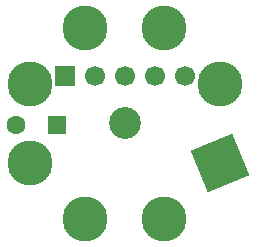
<source format=gbr>
%TF.GenerationSoftware,KiCad,Pcbnew,9.0.4-9.0.4-0~ubuntu24.04.1*%
%TF.CreationDate,2025-08-21T12:52:44+02:00*%
%TF.ProjectId,octal_base,6f637461-6c5f-4626-9173-652e6b696361,1*%
%TF.SameCoordinates,Original*%
%TF.FileFunction,Soldermask,Bot*%
%TF.FilePolarity,Negative*%
%FSLAX46Y46*%
G04 Gerber Fmt 4.6, Leading zero omitted, Abs format (unit mm)*
G04 Created by KiCad (PCBNEW 9.0.4-9.0.4-0~ubuntu24.04.1) date 2025-08-21 12:52:44*
%MOMM*%
%LPD*%
G01*
G04 APERTURE LIST*
G04 Aperture macros list*
%AMRotRect*
0 Rectangle, with rotation*
0 The origin of the aperture is its center*
0 $1 length*
0 $2 width*
0 $3 Rotation angle, in degrees counterclockwise*
0 Add horizontal line*
21,1,$1,$2,0,0,$3*%
G04 Aperture macros list end*
%ADD10R,1.700000X1.700000*%
%ADD11C,1.700000*%
%ADD12R,1.600000X1.600000*%
%ADD13C,1.600000*%
%ADD14RotRect,3.810000X3.810000X22.500000*%
%ADD15C,3.810000*%
%ADD16C,2.700000*%
G04 APERTURE END LIST*
D10*
%TO.C,J2*%
X85520001Y-72900001D03*
D11*
X88060001Y-72900001D03*
X90600001Y-72900001D03*
X93140001Y-72900001D03*
X95680001Y-72900001D03*
%TD*%
D12*
%TO.C,C1*%
X84852651Y-77000000D03*
D13*
X81352651Y-77000000D03*
%TD*%
D14*
%TO.C,J1*%
X98661493Y-80239180D03*
D15*
X98660848Y-73561087D03*
X93939179Y-68838507D03*
X87261087Y-68839151D03*
X82538506Y-73560820D03*
X82539151Y-80238913D03*
X87260820Y-84961494D03*
X93938912Y-84960849D03*
%TD*%
D16*
%TO.C,H1*%
X90600000Y-76900000D03*
%TD*%
M02*

</source>
